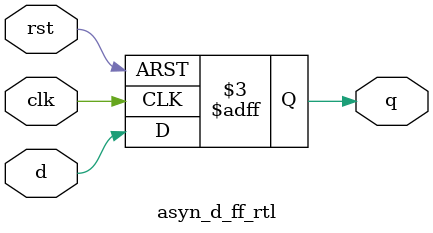
<source format=v>
module asyn_d_ff_rtl (
    input d,      
    input clk,      
    input rst,     
    output reg q   
);

    always @(posedge clk or negedge rst) begin
        if (!rst) 
            q <= 1'b0;  
        else
            q <= d;     
    end

endmodule



</source>
